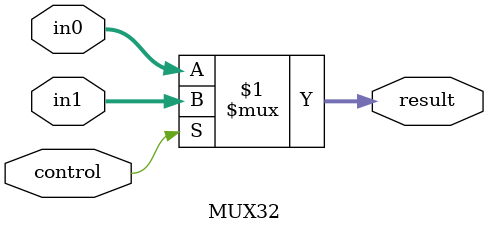
<source format=v>
module MUX32 (
  in0,
  in1,
  control,
  result
);

  input  [31:0] in0;
  input  [31:0] in1;
  input         control;
  output [31:0] result;

  assign result = control ? in1 : in0;

endmodule

</source>
